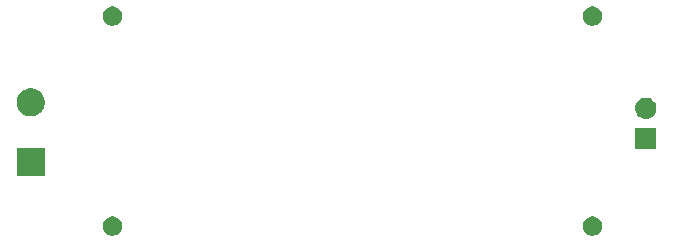
<source format=gbr>
G04 #@! TF.GenerationSoftware,KiCad,Pcbnew,(5.1.2)-2*
G04 #@! TF.CreationDate,2019-11-02T22:07:33-05:00*
G04 #@! TF.ProjectId,PowerBreakout,506f7765-7242-4726-9561-6b6f75742e6b,rev?*
G04 #@! TF.SameCoordinates,Original*
G04 #@! TF.FileFunction,Soldermask,Bot*
G04 #@! TF.FilePolarity,Negative*
%FSLAX46Y46*%
G04 Gerber Fmt 4.6, Leading zero omitted, Abs format (unit mm)*
G04 Created by KiCad (PCBNEW (5.1.2)-2) date 2019-11-02 22:07:33*
%MOMM*%
%LPD*%
G04 APERTURE LIST*
%ADD10C,0.100000*%
G04 APERTURE END LIST*
D10*
G36*
X166921143Y-79288243D02*
G01*
X167069102Y-79349530D01*
X167202256Y-79438500D01*
X167315502Y-79551746D01*
X167404472Y-79684900D01*
X167465759Y-79832859D01*
X167497001Y-79989926D01*
X167497001Y-80150076D01*
X167465759Y-80307143D01*
X167404472Y-80455102D01*
X167315502Y-80588256D01*
X167202256Y-80701502D01*
X167069102Y-80790472D01*
X166921143Y-80851759D01*
X166764076Y-80883001D01*
X166603926Y-80883001D01*
X166446859Y-80851759D01*
X166298900Y-80790472D01*
X166165746Y-80701502D01*
X166052500Y-80588256D01*
X165963530Y-80455102D01*
X165902243Y-80307143D01*
X165871001Y-80150076D01*
X165871001Y-79989926D01*
X165902243Y-79832859D01*
X165963530Y-79684900D01*
X166052500Y-79551746D01*
X166165746Y-79438500D01*
X166298900Y-79349530D01*
X166446859Y-79288243D01*
X166603926Y-79257001D01*
X166764076Y-79257001D01*
X166921143Y-79288243D01*
X166921143Y-79288243D01*
G37*
G36*
X126281143Y-79288243D02*
G01*
X126429102Y-79349530D01*
X126562256Y-79438500D01*
X126675502Y-79551746D01*
X126764472Y-79684900D01*
X126825759Y-79832859D01*
X126857001Y-79989926D01*
X126857001Y-80150076D01*
X126825759Y-80307143D01*
X126764472Y-80455102D01*
X126675502Y-80588256D01*
X126562256Y-80701502D01*
X126429102Y-80790472D01*
X126281143Y-80851759D01*
X126124076Y-80883001D01*
X125963926Y-80883001D01*
X125806859Y-80851759D01*
X125658900Y-80790472D01*
X125525746Y-80701502D01*
X125412500Y-80588256D01*
X125323530Y-80455102D01*
X125262243Y-80307143D01*
X125231001Y-80150076D01*
X125231001Y-79989926D01*
X125262243Y-79832859D01*
X125323530Y-79684900D01*
X125412500Y-79551746D01*
X125525746Y-79438500D01*
X125658900Y-79349530D01*
X125806859Y-79288243D01*
X125963926Y-79257001D01*
X126124076Y-79257001D01*
X126281143Y-79288243D01*
X126281143Y-79288243D01*
G37*
G36*
X120320000Y-75870000D02*
G01*
X117932000Y-75870000D01*
X117932000Y-73482000D01*
X120320000Y-73482000D01*
X120320000Y-75870000D01*
X120320000Y-75870000D01*
G37*
G36*
X172097000Y-73545000D02*
G01*
X170295000Y-73545000D01*
X170295000Y-71743000D01*
X172097000Y-71743000D01*
X172097000Y-73545000D01*
X172097000Y-73545000D01*
G37*
G36*
X171306443Y-69209519D02*
G01*
X171372627Y-69216037D01*
X171542466Y-69267557D01*
X171698991Y-69351222D01*
X171734729Y-69380552D01*
X171836186Y-69463814D01*
X171919448Y-69565271D01*
X171948778Y-69601009D01*
X172032443Y-69757534D01*
X172083963Y-69927373D01*
X172101359Y-70104000D01*
X172083963Y-70280627D01*
X172032443Y-70450466D01*
X171948778Y-70606991D01*
X171919448Y-70642729D01*
X171836186Y-70744186D01*
X171734729Y-70827448D01*
X171698991Y-70856778D01*
X171542466Y-70940443D01*
X171372627Y-70991963D01*
X171306443Y-70998481D01*
X171240260Y-71005000D01*
X171151740Y-71005000D01*
X171085557Y-70998481D01*
X171019373Y-70991963D01*
X170849534Y-70940443D01*
X170693009Y-70856778D01*
X170657271Y-70827448D01*
X170555814Y-70744186D01*
X170472552Y-70642729D01*
X170443222Y-70606991D01*
X170359557Y-70450466D01*
X170308037Y-70280627D01*
X170290641Y-70104000D01*
X170308037Y-69927373D01*
X170359557Y-69757534D01*
X170443222Y-69601009D01*
X170472552Y-69565271D01*
X170555814Y-69463814D01*
X170657271Y-69380552D01*
X170693009Y-69351222D01*
X170849534Y-69267557D01*
X171019373Y-69216037D01*
X171085557Y-69209519D01*
X171151740Y-69203000D01*
X171240260Y-69203000D01*
X171306443Y-69209519D01*
X171306443Y-69209519D01*
G37*
G36*
X119474276Y-68447884D02*
G01*
X119691569Y-68537890D01*
X119691571Y-68537891D01*
X119887130Y-68668560D01*
X120053440Y-68834870D01*
X120184110Y-69030431D01*
X120274116Y-69247724D01*
X120320000Y-69478400D01*
X120320000Y-69713600D01*
X120274116Y-69944276D01*
X120207956Y-70104000D01*
X120184109Y-70161571D01*
X120053440Y-70357130D01*
X119887130Y-70523440D01*
X119691571Y-70654109D01*
X119691570Y-70654110D01*
X119691569Y-70654110D01*
X119474276Y-70744116D01*
X119243600Y-70790000D01*
X119008400Y-70790000D01*
X118777724Y-70744116D01*
X118560431Y-70654110D01*
X118560430Y-70654110D01*
X118560429Y-70654109D01*
X118364870Y-70523440D01*
X118198560Y-70357130D01*
X118067891Y-70161571D01*
X118044044Y-70104000D01*
X117977884Y-69944276D01*
X117932000Y-69713600D01*
X117932000Y-69478400D01*
X117977884Y-69247724D01*
X118067890Y-69030431D01*
X118198560Y-68834870D01*
X118364870Y-68668560D01*
X118560429Y-68537891D01*
X118560431Y-68537890D01*
X118777724Y-68447884D01*
X119008400Y-68402000D01*
X119243600Y-68402000D01*
X119474276Y-68447884D01*
X119474276Y-68447884D01*
G37*
G36*
X166921143Y-61508243D02*
G01*
X167069102Y-61569530D01*
X167202256Y-61658500D01*
X167315502Y-61771746D01*
X167404472Y-61904900D01*
X167465759Y-62052859D01*
X167497001Y-62209926D01*
X167497001Y-62370076D01*
X167465759Y-62527143D01*
X167404472Y-62675102D01*
X167315502Y-62808256D01*
X167202256Y-62921502D01*
X167069102Y-63010472D01*
X166921143Y-63071759D01*
X166764076Y-63103001D01*
X166603926Y-63103001D01*
X166446859Y-63071759D01*
X166298900Y-63010472D01*
X166165746Y-62921502D01*
X166052500Y-62808256D01*
X165963530Y-62675102D01*
X165902243Y-62527143D01*
X165871001Y-62370076D01*
X165871001Y-62209926D01*
X165902243Y-62052859D01*
X165963530Y-61904900D01*
X166052500Y-61771746D01*
X166165746Y-61658500D01*
X166298900Y-61569530D01*
X166446859Y-61508243D01*
X166603926Y-61477001D01*
X166764076Y-61477001D01*
X166921143Y-61508243D01*
X166921143Y-61508243D01*
G37*
G36*
X126281143Y-61508243D02*
G01*
X126429102Y-61569530D01*
X126562256Y-61658500D01*
X126675502Y-61771746D01*
X126764472Y-61904900D01*
X126825759Y-62052859D01*
X126857001Y-62209926D01*
X126857001Y-62370076D01*
X126825759Y-62527143D01*
X126764472Y-62675102D01*
X126675502Y-62808256D01*
X126562256Y-62921502D01*
X126429102Y-63010472D01*
X126281143Y-63071759D01*
X126124076Y-63103001D01*
X125963926Y-63103001D01*
X125806859Y-63071759D01*
X125658900Y-63010472D01*
X125525746Y-62921502D01*
X125412500Y-62808256D01*
X125323530Y-62675102D01*
X125262243Y-62527143D01*
X125231001Y-62370076D01*
X125231001Y-62209926D01*
X125262243Y-62052859D01*
X125323530Y-61904900D01*
X125412500Y-61771746D01*
X125525746Y-61658500D01*
X125658900Y-61569530D01*
X125806859Y-61508243D01*
X125963926Y-61477001D01*
X126124076Y-61477001D01*
X126281143Y-61508243D01*
X126281143Y-61508243D01*
G37*
M02*

</source>
